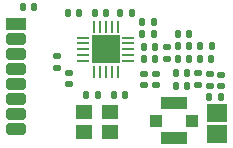
<source format=gbr>
%TF.GenerationSoftware,KiCad,Pcbnew,6.0.11-2627ca5db0~126~ubuntu22.04.1*%
%TF.CreationDate,2023-08-29T09:36:28+02:00*%
%TF.ProjectId,CC1101_868MHz_UFL_RF_Modul_FUEL4EP,43433131-3031-45f3-9836-384d487a5f55,1.2*%
%TF.SameCoordinates,Original*%
%TF.FileFunction,Soldermask,Top*%
%TF.FilePolarity,Negative*%
%FSLAX46Y46*%
G04 Gerber Fmt 4.6, Leading zero omitted, Abs format (unit mm)*
G04 Created by KiCad (PCBNEW 6.0.11-2627ca5db0~126~ubuntu22.04.1) date 2023-08-29 09:36:28*
%MOMM*%
%LPD*%
G01*
G04 APERTURE LIST*
G04 Aperture macros list*
%AMRoundRect*
0 Rectangle with rounded corners*
0 $1 Rounding radius*
0 $2 $3 $4 $5 $6 $7 $8 $9 X,Y pos of 4 corners*
0 Add a 4 corners polygon primitive as box body*
4,1,4,$2,$3,$4,$5,$6,$7,$8,$9,$2,$3,0*
0 Add four circle primitives for the rounded corners*
1,1,$1+$1,$2,$3*
1,1,$1+$1,$4,$5*
1,1,$1+$1,$6,$7*
1,1,$1+$1,$8,$9*
0 Add four rect primitives between the rounded corners*
20,1,$1+$1,$2,$3,$4,$5,0*
20,1,$1+$1,$4,$5,$6,$7,0*
20,1,$1+$1,$6,$7,$8,$9,0*
20,1,$1+$1,$8,$9,$2,$3,0*%
G04 Aperture macros list end*
%ADD10RoundRect,0.147500X-0.147500X-0.172500X0.147500X-0.172500X0.147500X0.172500X-0.147500X0.172500X0*%
%ADD11RoundRect,0.140000X0.140000X0.170000X-0.140000X0.170000X-0.140000X-0.170000X0.140000X-0.170000X0*%
%ADD12RoundRect,0.140000X-0.140000X-0.170000X0.140000X-0.170000X0.140000X0.170000X-0.140000X0.170000X0*%
%ADD13RoundRect,0.250000X-0.600000X-0.250000X0.600000X-0.250000X0.600000X0.250000X-0.600000X0.250000X0*%
%ADD14RoundRect,0.147500X-0.172500X0.147500X-0.172500X-0.147500X0.172500X-0.147500X0.172500X0.147500X0*%
%ADD15RoundRect,0.140000X0.170000X-0.140000X0.170000X0.140000X-0.170000X0.140000X-0.170000X-0.140000X0*%
%ADD16R,1.800000X1.500000*%
%ADD17RoundRect,0.140000X-0.170000X0.140000X-0.170000X-0.140000X0.170000X-0.140000X0.170000X0.140000X0*%
%ADD18RoundRect,0.135000X0.135000X0.185000X-0.135000X0.185000X-0.135000X-0.185000X0.135000X-0.185000X0*%
%ADD19R,1.400000X1.200000*%
%ADD20R,1.700000X1.000000*%
%ADD21R,1.000000X1.000000*%
%ADD22R,2.200000X1.050000*%
%ADD23RoundRect,0.062500X-0.425000X-0.062500X0.425000X-0.062500X0.425000X0.062500X-0.425000X0.062500X0*%
%ADD24RoundRect,0.062500X-0.062500X-0.425000X0.062500X-0.425000X0.062500X0.425000X-0.062500X0.425000X0*%
%ADD25R,2.400000X2.400000*%
G04 APERTURE END LIST*
D10*
%TO.C,L1*%
X11794000Y8892800D03*
X12764000Y8892800D03*
%TD*%
D11*
%TO.C,C14*%
X8608000Y11811000D03*
X7648000Y11811000D03*
%TD*%
D10*
%TO.C,L7*%
X17365000Y4675000D03*
X18335000Y4675000D03*
%TD*%
%TO.C,L3*%
X14515000Y6731400D03*
X15485000Y6731400D03*
%TD*%
%TO.C,L2*%
X11794000Y7902800D03*
X12764000Y7902800D03*
%TD*%
D11*
%TO.C,C5*%
X17505000Y7900000D03*
X16545000Y7900000D03*
%TD*%
D12*
%TO.C,C3*%
X14520000Y5613800D03*
X15480000Y5613800D03*
%TD*%
D13*
%TO.C,JC5*%
X950000Y5810000D03*
%TD*%
D14*
%TO.C,L6*%
X16400000Y6685000D03*
X16400000Y5715000D03*
%TD*%
D15*
%TO.C,C2*%
X13729000Y7904800D03*
X13729000Y8864800D03*
%TD*%
D16*
%TO.C,JA1*%
X18000000Y1550000D03*
%TD*%
D13*
%TO.C,JC8*%
X950000Y2000000D03*
%TD*%
D15*
%TO.C,C7*%
X18350000Y5610000D03*
X18350000Y6570000D03*
%TD*%
D17*
%TO.C,C16*%
X5435600Y6728400D03*
X5435600Y5768400D03*
%TD*%
D18*
%TO.C,R1*%
X10797000Y11811000D03*
X9777000Y11811000D03*
%TD*%
D17*
%TO.C,C15*%
X11800000Y6630000D03*
X11800000Y5670000D03*
%TD*%
%TO.C,C17*%
X12800000Y6630000D03*
X12800000Y5670000D03*
%TD*%
D16*
%TO.C,JA2*%
X18000000Y3275000D03*
%TD*%
D10*
%TO.C,L4*%
X14695600Y8966600D03*
X15665600Y8966600D03*
%TD*%
D19*
%TO.C,Y1*%
X6723200Y1690000D03*
X8923200Y1690000D03*
X8923200Y3390000D03*
X6723200Y3390000D03*
%TD*%
D17*
%TO.C,C13*%
X4470400Y8113600D03*
X4470400Y7153600D03*
%TD*%
D12*
%TO.C,C10*%
X5393000Y11811000D03*
X6353000Y11811000D03*
%TD*%
%TO.C,C4*%
X14680600Y7899800D03*
X15640600Y7899800D03*
%TD*%
D13*
%TO.C,JC6*%
X950000Y4540000D03*
%TD*%
D12*
%TO.C,C12*%
X11670000Y11000000D03*
X12630000Y11000000D03*
%TD*%
D13*
%TO.C,JC3*%
X950000Y8350000D03*
%TD*%
%TO.C,JC2*%
X950000Y9620000D03*
%TD*%
D20*
%TO.C,JC1*%
X950000Y10890000D03*
%TD*%
D10*
%TO.C,L5*%
X16590000Y8950000D03*
X17560000Y8950000D03*
%TD*%
D21*
%TO.C,JA3*%
X15875000Y2650000D03*
D22*
X14375000Y4125000D03*
D21*
X12875000Y2650000D03*
D22*
X14375000Y1175000D03*
%TD*%
D12*
%TO.C,C11*%
X11670000Y10025000D03*
X12630000Y10025000D03*
%TD*%
%TO.C,C8*%
X6936800Y4826000D03*
X7896800Y4826000D03*
%TD*%
%TO.C,C1*%
X14680600Y9982600D03*
X15640600Y9982600D03*
%TD*%
D15*
%TO.C,C6*%
X17400000Y5620000D03*
X17400000Y6580000D03*
%TD*%
D11*
%TO.C,C9*%
X10205000Y4801000D03*
X9245000Y4801000D03*
%TD*%
D13*
%TO.C,JC4*%
X950000Y7080000D03*
%TD*%
D23*
%TO.C,U1*%
X6691500Y9702800D03*
X6691500Y9202800D03*
X6691500Y8702800D03*
X6691500Y8202800D03*
X6691500Y7702800D03*
D24*
X7579000Y6815300D03*
X8079000Y6815300D03*
X8579000Y6815300D03*
X9079000Y6815300D03*
X9579000Y6815300D03*
D23*
X10466500Y7702800D03*
X10466500Y8202800D03*
X10466500Y8702800D03*
X10466500Y9202800D03*
X10466500Y9702800D03*
D24*
X9579000Y10590300D03*
X9079000Y10590300D03*
X8579000Y10590300D03*
X8079000Y10590300D03*
X7579000Y10590300D03*
D25*
X8579000Y8702800D03*
%TD*%
D10*
%TO.C,FB1*%
X1540000Y12250000D03*
X2510000Y12250000D03*
%TD*%
D13*
%TO.C,JC7*%
X950000Y3270000D03*
%TD*%
M02*

</source>
